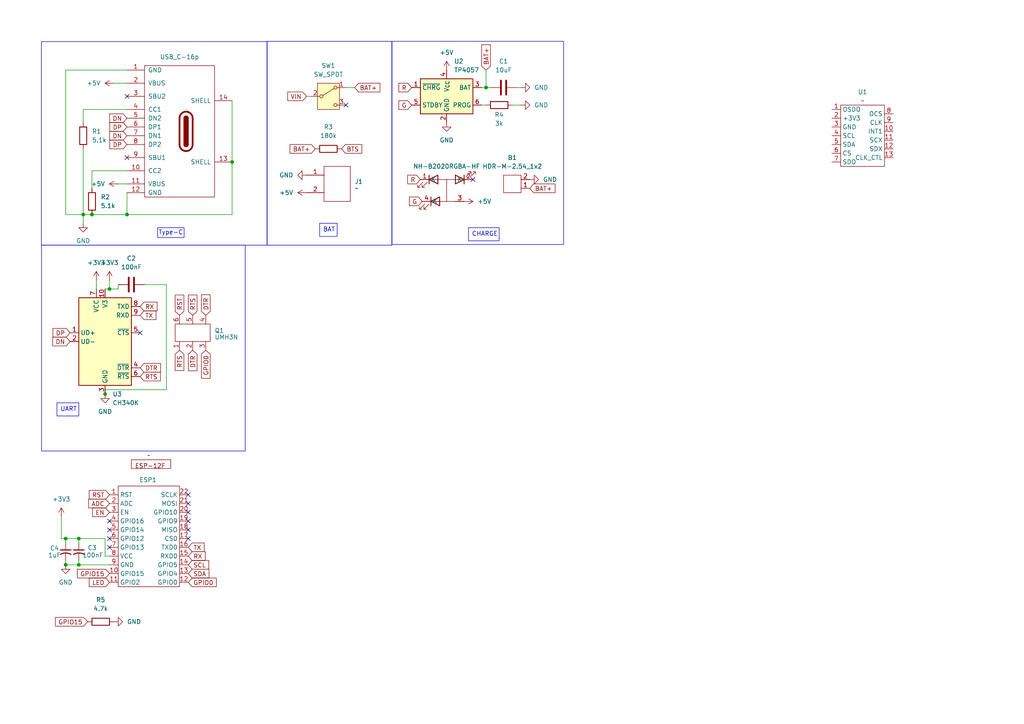
<source format=kicad_sch>
(kicad_sch (version 20250114) (generator "eeschema") (generator_version "9.0")
  (paper "A4")
  (lib_symbols
    (symbol "Battery_Management:TP4057"
      (property "Reference" "U" (at -6.35 6.604 0))
      (property "Value" "TP4057" (at 1.524 6.604 0))
      (symbol "TP4057_0_1"
        (rectangle (start -7.62 5.08) (end 7.62 -5.08) (stroke (width 0.254)) (fill (type background)))
      )
      (symbol "TP4057_1_1"
        (pin open_collector line (at -10.16 2.54 0) (length 2.54) (name "~{CHRG}") (number "1"))
        (pin open_collector line (at -10.16 -2.54 0) (length 2.54) (name "STDBY") (number "5"))
        (pin power_in line (at 0 7.62 270) (length 2.54) (name "V_{CC}") (number "4"))
        (pin power_in line (at 0 -7.62 90) (length 2.54) (name "GND") (number "2"))
        (pin power_out line (at 10.16 2.54 180) (length 2.54) (name "BAT") (number "3"))
        (pin passive line (at 10.16 -2.54 180) (length 2.54) (name "PROG") (number "6"))
      )
    )
    (symbol "Connector:USB_C_Receptacle_USB2.0_16P" (pin_names (offset 1.016))
      (property "Value" "USB_C-16p" (at 5.334 21.844 0))
      (symbol "USB_C_Receptacle_USB2.0_16P_0_1"
        (rectangle (start -10.16 20.32) (end 10.16 -17.78))
        (polyline (pts (xy 0 -2.54) (xy 0 5.08)) (stroke (width 0.508)))
        (rectangle (start 1.27 -2.54) (end 2.54 5.08) (stroke (width 0.254)) (fill (type outline)))
        (arc (start 1.27 5.08) (mid 1.905 5.7123) (end 2.54 5.08) (stroke (width 0.254)))
        (arc (start 1.27 5.08) (mid 1.905 5.7123) (end 2.54 5.08) (stroke (width 0.254)) (fill (type outline)))
        (arc (start 0 5.08) (mid 1.905 6.9767) (end 3.81 5.08) (stroke (width 0.508)))
        (arc (start 3.81 -2.54) (mid 1.905 -4.4367) (end 0 -2.54) (stroke (width 0.508)))
        (arc (start 2.54 -2.54) (mid 1.905 -3.1723) (end 1.27 -2.54) (stroke (width 0.254)))
        (arc (start 2.54 -2.54) (mid 1.905 -3.1723) (end 1.27 -2.54) (stroke (width 0.254)) (fill (type outline)))
        (polyline (pts (xy 3.81 5.08) (xy 3.81 -2.54)) (stroke (width 0.508)))
      )
      (symbol "USB_C_Receptacle_USB2.0_16P_1_1"
        (pin passive line (at -15.24 19.05 0) (length 5.08) (name "GND") (number "1"))
        (pin power_out line (at -15.24 15.24 0) (length 5.08) (name "VBUS") (number "2"))
        (pin passive line (at -15.24 11.43 0) (length 5.08) (name "SBU2") (number "3"))
        (pin passive line (at -15.24 7.62 0) (length 5.08) (name "CC1") (number "4"))
        (pin passive line (at -15.24 5.08 0) (length 5.08) (name "DN2") (number "5"))
        (pin passive line (at -15.24 2.54 0) (length 5.08) (name "DP1") (number "6"))
        (pin passive line (at -15.24 0 0) (length 5.08) (name "DN1") (number "7"))
        (pin passive line (at -15.24 -2.54 0) (length 5.08) (name "DP2") (number "8"))
        (pin passive line (at -15.24 -6.35 0) (length 5.08) (name "SBU1") (number "9"))
        (pin passive line (at -15.24 -10.16 0) (length 5.08) (name "CC2") (number "10"))
        (pin passive line (at -15.24 -13.97 0) (length 5.08) (name "VBUS") (number "11"))
        (pin passive line (at -15.24 -16.51 0) (length 5.08) (name "GND") (number "12"))
        (pin passive line (at 15.24 10.16 180) (length 5.08) (name "SHELL") (number "14"))
        (pin passive line (at 15.24 -7.62 180) (length 5.08) (name "SHELL") (number "13"))
      )
    )
    (symbol "Device:C" (pin_numbers (hide yes)) (pin_names (offset 0.254))
      (property "Reference" "C" (at 0.635 2.54 0))
      (property "Value" "C" (at 0.635 -2.54 0))
      (symbol "C_0_1"
        (polyline (pts (xy -2.032 0.762) (xy 2.032 0.762)) (stroke (width 0.508)))
        (polyline (pts (xy -2.032 -0.762) (xy 2.032 -0.762)) (stroke (width 0.508)))
      )
      (symbol "C_1_1"
        (pin passive line (at 0 3.81 270) (length 2.794) (name "~") (number "1"))
        (pin passive line (at 0 -3.81 90) (length 2.794) (name "~") (number "2"))
      )
    )
    (symbol "Device:C_Small_US" (pin_numbers (hide yes)) (pin_names (offset 0.254) (hide yes))
      (property "Reference" "C" (at 0.254 1.778 0))
      (property "Value" "C_Small_US" (at 0.254 -2.032 0))
      (symbol "C_Small_US_0_1"
        (polyline (pts (xy -1.524 0.508) (xy 1.524 0.508)) (stroke (width 0.3048)))
        (arc (start -1.524 -0.762) (mid 0 -0.3734) (end 1.524 -0.762) (stroke (width 0.3048)))
      )
      (symbol "C_Small_US_1_1"
        (pin passive line (at 0 2.54 270) (length 2.032) (name "~") (number "1"))
        (pin passive line (at 0 -2.54 90) (length 2.032) (name "~") (number "2"))
      )
    )
    (symbol "Device:R" (pin_numbers (hide yes)) (pin_names (offset 0))
      (property "Reference" "R" (at 2.032 0 90))
      (property "Value" "R" (at 0 0 90))
      (symbol "R_0_1"
        (rectangle (start -1.016 -2.54) (end 1.016 2.54) (stroke (width 0.254)))
      )
      (symbol "R_1_1"
        (pin passive line (at 0 3.81 270) (length 1.27) (name "~") (number "1"))
        (pin passive line (at 0 -3.81 90) (length 1.27) (name "~") (number "2"))
      )
    )
    (symbol "Interface_USB:CH340K"
      (property "Reference" "U" (at -6.858 13.97 0))
      (property "Value" "CH340K" (at 1.27 13.97 0))
      (symbol "CH340K_0_1"
        (rectangle (start -7.62 12.7) (end 7.62 -12.7) (stroke (width 0.254)) (fill (type background)))
      )
      (symbol "CH340K_1_0"
        (pin passive line (at 0 -15.24 90) (length 2.54) (hide yes) (name "GND") (number "11"))
      )
      (symbol "CH340K_1_1"
        (pin bidirectional line (at -10.16 2.54 0) (length 2.54) (name "UD+") (number "1"))
        (pin bidirectional line (at -10.16 0 0) (length 2.54) (name "UD-") (number "2"))
        (pin power_in line (at -2.54 15.24 270) (length 2.54) (name "VCC") (number "7"))
        (pin passive line (at 0 15.24 270) (length 2.54) (name "V3") (number "10"))
        (pin power_in line (at 0 -15.24 90) (length 2.54) (name "GND") (number "3"))
        (pin output line (at 10.16 10.16 180) (length 2.54) (name "TXD") (number "8"))
        (pin input line (at 10.16 7.62 180) (length 2.54) (name "RXD") (number "9"))
        (pin input line (at 10.16 2.54 180) (length 2.54) (name "~{CTS}") (number "5"))
        (pin output line (at 10.16 -7.62 180) (length 2.54) (name "~{DTR}") (number "4"))
        (pin output line (at 10.16 -10.16 180) (length 2.54) (name "~{RTS}") (number "6"))
      )
    )
    (symbol "Switch:SW_SPDT" (pin_names (offset 0) (hide yes))
      (property "Reference" "SW" (at 0 5.08 0))
      (property "Value" "SW_SPDT" (at 0 -5.08 0))
      (symbol "SW_SPDT_0_1"
        (circle (center -2.032 0) (radius 0.4572))
        (polyline (pts (xy -1.651 0.254) (xy 1.651 2.286)))
        (circle (center 2.032 2.54) (radius 0.4572))
        (circle (center 2.032 -2.54) (radius 0.4572))
      )
      (symbol "SW_SPDT_1_1"
        (rectangle (start -3.175 3.81) (end 3.175 -3.81) (fill (type background)))
        (pin passive line (at -5.08 0 0) (length 2.54) (name "B") (number "2"))
        (pin passive line (at 5.08 2.54 180) (length 2.54) (name "A") (number "1"))
        (pin passive line (at 5.08 -2.54 180) (length 2.54) (name "C") (number "3"))
      )
    )
    (symbol "_symbolsslime:ESP12F_edit"
      (property "Reference" "ESP" (at 0.508 18.796 0))
      (symbol "ESP12F_edit_0_1"
        (rectangle (start -8.89 15.24) (end 8.89 -13.97))
      )
      (symbol "ESP12F_edit_1_1"
        (text_box "ESP-12F" (at -5.08 22.86 0) (size 11.43 -2.54) (margins 1.016 1.016 1.016 1.016) (effects (font (size 1.27 1.27)) (justify left top)))
        (pin passive line (at -11.43 12.7 0) (length 2.54) (name "RST") (number "1"))
        (pin passive line (at -11.43 10.16 0) (length 2.54) (name "ADC") (number "2"))
        (pin passive line (at -11.43 7.62 0) (length 2.54) (name "EN") (number "3"))
        (pin passive line (at -11.43 5.08 0) (length 2.54) (name "GPIO16") (number "4"))
        (pin passive line (at -11.43 2.54 0) (length 2.54) (name "GPIO14") (number "5"))
        (pin passive line (at -11.43 0 0) (length 2.54) (name "GPIO12") (number "6"))
        (pin passive line (at -11.43 -2.54 0) (length 2.54) (name "GPIO13") (number "7"))
        (pin passive line (at -11.43 -5.08 0) (length 2.54) (name "VCC") (number "8"))
        (pin passive line (at -11.43 -7.62 0) (length 2.54) (name "GND") (number "9"))
        (pin passive line (at -11.43 -10.16 0) (length 2.54) (name "GPIO15") (number "10"))
        (pin passive line (at -11.43 -12.7 0) (length 2.54) (name "GPIO2") (number "11"))
        (pin passive line (at 11.43 12.7 180) (length 2.54) (name "SCLK") (number "22"))
        (pin passive line (at 11.43 10.16 180) (length 2.54) (name "MOSI") (number "21"))
        (pin passive line (at 11.43 7.62 180) (length 2.54) (name "GPIO10") (number "20"))
        (pin passive line (at 11.43 5.08 180) (length 2.54) (name "GPIO9") (number "19"))
        (pin passive line (at 11.43 2.54 180) (length 2.54) (name "MISO") (number "18"))
        (pin passive line (at 11.43 0 180) (length 2.54) (name "CS0") (number "17"))
        (pin passive line (at 11.43 -2.54 180) (length 2.54) (name "TXD0") (number "16"))
        (pin passive line (at 11.43 -5.08 180) (length 2.54) (name "RXD0") (number "15"))
        (pin passive line (at 11.43 -7.62 180) (length 2.54) (name "GPIO5") (number "14"))
        (pin passive line (at 11.43 -10.16 180) (length 2.54) (name "GPIO4") (number "13"))
        (pin passive line (at 11.43 -12.7 180) (length 2.54) (name "GPIO0") (number "12"))
      )
    )
    (symbol "_symbolsslime:HDR-M-2.54_1x2_"
      (property "Reference" "B" (at 0 0 0))
      (symbol "HDR-M-2.54_1x2__0_1"
        (rectangle (start -2.54 2.54) (end 2.54 -2.54))
      )
      (symbol "HDR-M-2.54_1x2__1_1"
        (pin passive line (at -5.08 1.27 0) (length 2.54) (name "") (number "1"))
        (pin passive line (at -5.08 -1.27 0) (length 2.54) (name "") (number "2"))
      )
    )
    (symbol "_symbolsslime:ICM-45686-breakout"
      (property "Reference" "U" (at 0 0 0))
      (symbol "ICM-45686-breakout_0_1"
        (rectangle (start -6.35 8.89) (end 6.35 -8.89))
      )
      (symbol "ICM-45686-breakout_1_1"
        (pin input line (at -8.89 7.62 0) (length 2.54) (name "OSDO") (number "1"))
        (pin power_in line (at -8.89 5.08 0) (length 2.54) (name "+3V3") (number "2"))
        (pin power_in line (at -8.89 2.54 0) (length 2.54) (name "GND") (number "3"))
        (pin bidirectional line (at -8.89 0 0) (length 2.54) (name "SCL") (number "4"))
        (pin bidirectional line (at -8.89 -2.54 0) (length 2.54) (name "SDA") (number "5"))
        (pin bidirectional line (at -8.89 -5.08 0) (length 2.54) (name "CS") (number "6"))
        (pin bidirectional line (at -8.89 -7.62 0) (length 2.54) (name "SDO") (number "7"))
        (pin bidirectional line (at 8.89 6.35 180) (length 2.54) (name "OCS") (number "8"))
        (pin output line (at 8.89 3.81 180) (length 2.54) (name "CLK") (number "9"))
        (pin input line (at 8.89 1.27 180) (length 2.54) (name "INT1") (number "10"))
        (pin output line (at 8.89 -1.27 180) (length 2.54) (name "SCX") (number "11"))
        (pin output line (at 8.89 -3.81 180) (length 2.54) (name "SDX") (number "12"))
        (pin input line (at 8.89 -6.35 180) (length 2.54) (name "CLK_CTL") (number "13"))
      )
    )
    (symbol "_symbolsslime:LED"
      (symbol "LED_0_1"
        (polyline (pts (xy -8.128 1.778) (xy -9.652 0.254) (xy -8.89 0.254) (xy -9.652 0.254) (xy -9.652 1.016)))
        (polyline (pts (xy -7.6118 -4.5538) (xy -9.1358 -6.0778) (xy -8.3738 -6.0778) (xy -9.1358 -6.0778) (xy -9.1358 -5.3158)))
        (polyline (pts (xy -6.858 1.778) (xy -8.382 0.254) (xy -7.62 0.254) (xy -8.382 0.254) (xy -8.382 1.016)))
        (polyline (pts (xy -6.35 2.54) (xy -3.81 2.54)))
        (polyline (pts (xy -6.35 1.27) (xy -6.35 3.81)) (stroke (width 0.254)))
        (polyline (pts (xy -6.3418 -4.5538) (xy -7.8658 -6.0778) (xy -7.1038 -6.0778) (xy -7.8658 -6.0778) (xy -7.8658 -5.3158)))
        (polyline (pts (xy -5.8338 -3.7918) (xy -3.2938 -3.7918)))
        (polyline (pts (xy -5.8338 -5.0618) (xy -5.8338 -2.5218)) (stroke (width 0.254)))
        (polyline (pts (xy -3.81 2.54) (xy 1.27 2.54)))
        (polyline (pts (xy -3.81 1.27) (xy -3.81 3.81) (xy -6.35 2.54) (xy -3.81 1.27)) (stroke (width 0.254)))
        (polyline (pts (xy -3.2938 -5.0618) (xy -3.2938 -2.5218) (xy -5.8338 -3.7918) (xy -3.2938 -5.0618)) (stroke (width 0.254)))
        (polyline (pts (xy -1.27 2.54) (xy -1.27 -3.81) (xy 1.27 -3.81)))
        (polyline (pts (xy -1.27 -3.81) (xy -3.81 -3.81)))
        (polyline (pts (xy 1.27 3.81) (xy 1.27 1.27) (xy 3.81 2.54) (xy 1.27 3.81)) (stroke (width 0.254)))
        (polyline (pts (xy 3.81 3.81) (xy 3.81 1.27)) (stroke (width 0.254)))
        (polyline (pts (xy 3.81 2.54) (xy 1.27 2.54)))
        (polyline (pts (xy 4.318 3.302) (xy 5.842 4.826) (xy 5.08 4.826) (xy 5.842 4.826) (xy 5.842 4.064)))
        (polyline (pts (xy 5.588 3.302) (xy 7.112 4.826) (xy 6.35 4.826) (xy 7.112 4.826) (xy 7.112 4.064)))
      )
      (symbol "LED_1_1"
        (pin passive line (at -8.89 2.54 0) (length 2.54) (name "K") (number "1"))
        (pin passive line (at -8.3738 -3.7918 0) (length 2.54) (name "K") (number "4"))
        (pin passive line (at 3.81 -3.81 180) (length 2.54) (name "") (number "3"))
        (pin passive line (at 6.35 2.54 180) (length 2.54) (name "K") (number "2"))
      )
    )
    (symbol "_symbolsslime:POGO-F-2.5_1x2"
      (property "Reference" "J" (at 0 0 0))
      (symbol "POGO-F-2.5_1x2_0_1"
        (rectangle (start -3.81 5.08) (end 3.81 -5.08))
      )
      (symbol "POGO-F-2.5_1x2_1_1"
        (pin passive line (at -8.89 2.54 0) (length 5.08) (name "") (number "1"))
        (pin passive line (at -8.89 -2.54 0) (length 5.08) (name "") (number "2"))
      )
    )
    (symbol "_symbolsslime:UMH3NMOD"
      (property "Reference" "Q" (at 0 0 0))
      (symbol "UMH3NMOD_0_1"
        (rectangle (start -5.08 2.54) (end 5.08 -2.54))
      )
      (symbol "UMH3NMOD_1_1"
        (pin passive line (at -3.81 5.08 270) (length 2.54) (name "") (number "6"))
        (pin passive line (at -3.81 -5.08 90) (length 2.54) (name "") (number "1"))
        (pin passive line (at 0 5.08 270) (length 2.54) (name "") (number "5"))
        (pin passive line (at 0 -5.08 90) (length 2.54) (name "") (number "2"))
        (pin passive line (at 3.81 5.08 270) (length 2.54) (name "") (number "4"))
        (pin passive line (at 3.81 -5.08 90) (length 2.54) (name "") (number "3"))
      )
    )
    (symbol "power:+3V3" (power) (pin_numbers (hide yes)) (pin_names (offset 0) (hide yes))
      (property "Value" "+3V3" (at 0 3.556 0))
      (symbol "+3V3_0_1"
        (polyline (pts (xy -0.762 1.27) (xy 0 2.54)))
        (polyline (pts (xy 0 2.54) (xy 0.762 1.27)))
        (polyline (pts (xy 0 0) (xy 0 2.54)))
      )
      (symbol "+3V3_1_1"
        (pin power_in line (at 0 0 90) (length 0) (name "~") (number "1"))
      )
    )
    (symbol "power:+5V" (power) (pin_numbers (hide yes)) (pin_names (offset 0) (hide yes))
      (property "Value" "+5V" (at 0 3.556 0))
      (symbol "+5V_0_1"
        (polyline (pts (xy -0.762 1.27) (xy 0 2.54)))
        (polyline (pts (xy 0 2.54) (xy 0.762 1.27)))
        (polyline (pts (xy 0 0) (xy 0 2.54)))
      )
      (symbol "+5V_1_1"
        (pin power_in line (at 0 0 90) (length 0) (name "~") (number "1"))
      )
    )
    (symbol "power:GND" (power) (pin_numbers (hide yes)) (pin_names (offset 0) (hide yes))
      (property "Value" "GND" (at 0 -3.81 0))
      (symbol "GND_0_1"
        (polyline (pts (xy 0 0) (xy 0 -1.27) (xy 1.27 -1.27) (xy 0 -2.54) (xy -1.27 -1.27) (xy 0 -1.27)))
      )
      (symbol "GND_1_1"
        (pin power_in line (at 0 0 270) (length 0) (name "~") (number "1"))
      )
    )
  )
  (rectangle (start 113.6858 11.9827) (end 163.469 70.9176))
  (rectangle (start 12.0101 12.0478) (end 77.47 71.12))
  (rectangle (start 12.0523 71.12) (end 71.12 130.81))
  (rectangle (start 77.47 11.9897) (end 113.6375 71.12))
  (text "Type-C" (at 49.53 67.564 0) (effects (font (size 1.27 1.27))))
  (text_box "" (at 45.72 66.04 0) (size 7.677 2.8523) (margins 0.9525 0.9525 0.9525 0.9525) (effects (font (size 1.27 1.27)) (justify left top)))
  (text_box "UART" (at 16.51 116.84 0) (size 6.35 3.81) (margins 0.9525 0.9525 0.9525 0.9525) (effects (font (size 1.27 1.27)) (justify left top)))
  (text_box "BAT" (at 92.71 64.77 0) (size 5.08 3.81) (margins 0.9525 0.9525 0.9525 0.9525) (effects (font (size 1.27 1.27)) (justify left top)))
  (text_box "CHARGE" (at 135.89 66.04 0) (size 8.89 3.81) (margins 0.9525 0.9525 0.9525 0.9525) (effects (font (size 1.27 1.27)) (justify left top)))
  (junction (at 31.75 83.82))
  (junction (at 26.67 62.23))
  (junction (at 22.86 163.83))
  (junction (at 140.97 25.4))
  (junction (at 24.13 62.23))
  (junction (at 19.05 163.83))
  (junction (at 30.48 114.3))
  (junction (at 67.31 46.99))
  (junction (at 19.05 156.21))
  (junction (at 22.86 156.21))
  (junction (at 36.83 62.23))
  (no_connect (at 54.61 153.67))
  (no_connect (at 54.61 143.51))
  (no_connect (at 31.75 158.75))
  (no_connect (at 31.75 153.67))
  (no_connect (at 54.61 151.13))
  (no_connect (at 40.64 96.52))
  (no_connect (at 31.75 156.21))
  (no_connect (at 137.16 52.07))
  (no_connect (at 36.83 27.94))
  (no_connect (at 36.83 45.72))
  (no_connect (at 31.75 151.13))
  (no_connect (at 54.61 148.59))
  (no_connect (at 54.61 156.21))
  (no_connect (at 100.33 30.48))
  (no_connect (at 54.61 146.05))
  (wire (pts (xy 31.75 83.82) (xy 34.29 83.82)))
  (wire (pts (xy 100.33 25.4) (xy 102.87 25.4)))
  (wire (pts (xy 139.7 25.4) (xy 140.97 25.4)))
  (wire (pts (xy 22.86 163.83) (xy 31.75 163.83)))
  (wire (pts (xy 139.7 30.48) (xy 140.97 30.48)))
  (wire (pts (xy 36.83 31.75) (xy 24.13 31.75)))
  (wire (pts (xy 31.75 161.29) (xy 30.48 161.29)))
  (wire (pts (xy 30.48 113.03) (xy 48.26 113.03)))
  (wire (pts (xy 88.9 27.94) (xy 90.17 27.94)))
  (wire (pts (xy 19.05 20.32) (xy 36.83 20.32)))
  (wire (pts (xy 148.59 30.48) (xy 151.13 30.48)))
  (wire (pts (xy 33.02 24.13) (xy 36.83 24.13)))
  (wire (pts (xy 149.86 25.4) (xy 151.13 25.4)))
  (wire (pts (xy 19.05 163.83) (xy 22.86 163.83)))
  (wire (pts (xy 27.94 81.28) (xy 27.94 83.82)))
  (wire (pts (xy 31.75 83.82) (xy 31.75 81.28)))
  (wire (pts (xy 19.05 156.21) (xy 22.86 156.21)))
  (wire (pts (xy 24.13 43.18) (xy 24.13 62.23)))
  (wire (pts (xy 30.48 83.82) (xy 31.75 83.82)))
  (wire (pts (xy 48.26 82.55) (xy 48.26 113.03)))
  (wire (pts (xy 26.67 54.61) (xy 26.67 49.53)))
  (wire (pts (xy 22.86 156.21) (xy 30.48 156.21)))
  (wire (pts (xy 41.91 82.55) (xy 48.26 82.55)))
  (wire (pts (xy 19.05 62.23) (xy 24.13 62.23)))
  (wire (pts (xy 36.83 62.23) (xy 67.31 62.23)))
  (wire (pts (xy 24.13 62.23) (xy 26.67 62.23)))
  (wire (pts (xy 26.67 49.53) (xy 36.83 49.53)))
  (wire (pts (xy 19.05 162.56) (xy 19.05 163.83)))
  (wire (pts (xy 140.97 25.4) (xy 142.24 25.4)))
  (wire (pts (xy 24.13 31.75) (xy 24.13 35.56)))
  (wire (pts (xy 17.78 156.21) (xy 19.05 156.21)))
  (wire (pts (xy 19.05 62.23) (xy 19.05 20.32)))
  (wire (pts (xy 24.13 64.77) (xy 24.13 62.23)))
  (wire (pts (xy 67.31 62.23) (xy 67.31 46.99)))
  (wire (pts (xy 34.29 83.82) (xy 34.29 82.55)))
  (wire (pts (xy 140.97 20.32) (xy 140.97 25.4)))
  (wire (pts (xy 22.86 162.56) (xy 22.86 163.83)))
  (wire (pts (xy 30.48 161.29) (xy 30.48 156.21)))
  (wire (pts (xy 30.48 113.03) (xy 30.48 114.3)))
  (wire (pts (xy 36.83 55.88) (xy 36.83 62.23)))
  (wire (pts (xy 34.29 53.34) (xy 36.83 53.34)))
  (wire (pts (xy 19.05 156.21) (xy 19.05 157.48)))
  (wire (pts (xy 26.67 62.23) (xy 36.83 62.23)))
  (wire (pts (xy 17.78 149.86) (xy 17.78 156.21)))
  (wire (pts (xy 22.86 156.21) (xy 22.86 157.48)))
  (wire (pts (xy 67.31 29.21) (xy 67.31 46.99)))
  (global_label "BAT+" (shape input) (at 153.67 54.61 0) (property "Intersheetrefs" "${INTERSHEET_REFS}" (effects (hide yes))))
  (global_label "DN" (shape input) (at 20.32 99.06 180) (property "Intersheetrefs" "${INTERSHEET_REFS}" (effects (hide yes))))
  (global_label "BAT+" (shape input) (at 102.87 25.4 0) (property "Intersheetrefs" "${INTERSHEET_REFS}" (effects (hide yes))))
  (global_label "GPIO0" (shape input) (at 54.61 168.91 0) (property "Intersheetrefs" "${INTERSHEET_REFS}" (effects (hide yes))))
  (global_label "DTR" (shape input) (at 55.88 101.6 270) (property "Intersheetrefs" "${INTERSHEET_REFS}" (effects (hide yes))))
  (global_label "RTS" (shape input) (at 40.64 109.22 0) (property "Intersheetrefs" "${INTERSHEET_REFS}" (effects (hide yes))))
  (global_label "R" (shape input) (at 119.38 25.4 180) (property "Intersheetrefs" "${INTERSHEET_REFS}" (effects (hide yes))))
  (global_label "EN" (shape input) (at 31.75 148.59 180) (property "Intersheetrefs" "${INTERSHEET_REFS}" (effects (hide yes))))
  (global_label "G" (shape input) (at 122.4362 58.4018 180) (property "Intersheetrefs" "${INTERSHEET_REFS}" (effects (hide yes))))
  (global_label "SDA" (shape input) (at 54.61 166.37 0) (property "Intersheetrefs" "${INTERSHEET_REFS}" (effects (hide yes))))
  (global_label "DTR" (shape input) (at 59.69 91.44 90) (property "Intersheetrefs" "${INTERSHEET_REFS}" (effects (hide yes))))
  (global_label "LED" (shape input) (at 31.75 168.91 180) (property "Intersheetrefs" "${INTERSHEET_REFS}" (effects (hide yes))))
  (global_label "RX" (shape input) (at 54.61 161.29 0) (property "Intersheetrefs" "${INTERSHEET_REFS}" (effects (hide yes))))
  (global_label "G" (shape input) (at 119.38 30.48 180) (property "Intersheetrefs" "${INTERSHEET_REFS}" (effects (hide yes))))
  (global_label "BAT+" (shape input) (at 140.97 20.32 90) (property "Intersheetrefs" "${INTERSHEET_REFS}" (effects (hide yes))))
  (global_label "BAT+" (shape input) (at 91.44 43.18 180) (property "Intersheetrefs" "${INTERSHEET_REFS}" (effects (hide yes))))
  (global_label "RST" (shape input) (at 52.07 91.44 90) (property "Intersheetrefs" "${INTERSHEET_REFS}" (effects (hide yes))))
  (global_label "GPIO15" (shape input) (at 25.4 180.34 180) (property "Intersheetrefs" "${INTERSHEET_REFS}" (effects (hide yes))))
  (global_label "SCL" (shape input) (at 54.61 163.83 0) (property "Intersheetrefs" "${INTERSHEET_REFS}" (effects (hide yes))))
  (global_label "TX" (shape input) (at 40.64 91.44 0) (property "Intersheetrefs" "${INTERSHEET_REFS}" (effects (hide yes))))
  (global_label "DN" (shape input) (at 36.83 39.37 180) (property "Intersheetrefs" "${INTERSHEET_REFS}" (effects (hide yes))))
  (global_label "RTS" (shape input) (at 52.07 101.6 270) (property "Intersheetrefs" "${INTERSHEET_REFS}" (effects (hide yes))))
  (global_label "DP" (shape input) (at 36.83 41.91 180) (property "Intersheetrefs" "${INTERSHEET_REFS}" (effects (hide yes))))
  (global_label "DTR" (shape input) (at 40.64 106.68 0) (property "Intersheetrefs" "${INTERSHEET_REFS}" (effects (hide yes))))
  (global_label "TX" (shape input) (at 54.61 158.75 0) (property "Intersheetrefs" "${INTERSHEET_REFS}" (effects (hide yes))))
  (global_label "GPIO0" (shape input) (at 59.69 101.6 270) (property "Intersheetrefs" "${INTERSHEET_REFS}" (effects (hide yes))))
  (global_label "DP" (shape input) (at 20.32 96.52 180) (property "Intersheetrefs" "${INTERSHEET_REFS}" (effects (hide yes))))
  (global_label "DN" (shape input) (at 36.83 34.29 180) (property "Intersheetrefs" "${INTERSHEET_REFS}" (effects (hide yes))))
  (global_label "GPIO15" (shape input) (at 31.75 166.37 180) (property "Intersheetrefs" "${INTERSHEET_REFS}" (effects (hide yes))))
  (global_label "ADC" (shape input) (at 31.75 146.05 180) (property "Intersheetrefs" "${INTERSHEET_REFS}" (effects (hide yes))))
  (global_label "RST" (shape input) (at 31.75 143.51 180) (property "Intersheetrefs" "${INTERSHEET_REFS}" (effects (hide yes))))
  (global_label "RX" (shape input) (at 40.64 88.9 0) (property "Intersheetrefs" "${INTERSHEET_REFS}" (effects (hide yes))))
  (global_label "VIN" (shape input) (at 88.9 27.94 180) (property "Intersheetrefs" "${INTERSHEET_REFS}" (effects (hide yes))))
  (global_label "RTS" (shape input) (at 55.88 91.44 90) (property "Intersheetrefs" "${INTERSHEET_REFS}" (effects (hide yes))))
  (global_label "BTS" (shape input) (at 99.06 43.18 0) (property "Intersheetrefs" "${INTERSHEET_REFS}" (effects (hide yes))))
  (global_label "DP" (shape input) (at 36.83 36.83 180) (property "Intersheetrefs" "${INTERSHEET_REFS}" (effects (hide yes))))
  (global_label "R" (shape input) (at 121.92 52.07 180) (property "Intersheetrefs" "${INTERSHEET_REFS}" (effects (hide yes))))
  (symbol (lib_id "Device:C") (at 38.1 82.55 90) (unit 1)
    (property "Reference" "C2" (at 38.1 74.93 90))
    (property "Value" "100nF" (at 38.1 77.47 90))
    (property "Description" "Unpolarized capacitor" (effects (hide yes)))
  )
  (symbol (lib_id "power:+5V") (at 33.02 24.13 90) (unit 1)
    (property "Reference" "#PWR02" (effects (hide yes)))
    (property "Value" "+5V" (at 29.21 24.1299 90) (effects (justify left)))
    (property "Description" "Power symbol creates a global label with name \"+5V\"" (effects (hide yes)))
  )
  (symbol (lib_id "Device:R") (at 24.13 39.37 0) (unit 1)
    (property "Reference" "R1" (at 26.67 38.0999 0) (effects (justify left)))
    (property "Value" "5.1k" (at 26.67 40.6399 0) (effects (justify left)))
    (property "Description" "Resistor" (effects (hide yes)))
  )
  (symbol (lib_id "_symbolsslime:ICM-45686-breakout") (at 250.19 39.37 0) (unit 1)
    (property "Reference" "U1" (at 250.19 26.67 0))
    (property "Value" "~" (at 250.19 29.21 0))
  )
  (symbol (lib_id "Device:C_Small_US") (at 19.05 160.02 0) (unit 1)
    (property "Reference" "C4" (at 14.478 159.004 0) (effects (justify left)))
    (property "Value" "1uF" (at 13.97 161.036 0) (effects (justify left)))
    (property "Description" "capacitor, small US symbol" (effects (hide yes)))
  )
  (symbol (lib_id "power:+3V3") (at 17.78 149.86 0) (unit 1)
    (property "Reference" "#PWR016" (effects (hide yes)))
    (property "Value" "+3V3" (at 17.78 144.78 0))
    (property "Description" "Power symbol creates a global label with name \"+3V3\"" (effects (hide yes)))
  )
  (symbol (lib_id "power:+5V") (at 134.62 58.42 270) (unit 1)
    (property "Reference" "#PWR010" (effects (hide yes)))
    (property "Value" "+5V" (at 138.43 58.4199 90) (effects (justify left)))
    (property "Description" "Power symbol creates a global label with name \"+5V\"" (effects (hide yes)))
  )
  (symbol (lib_id "power:GND") (at 19.05 163.83 0) (unit 1)
    (property "Reference" "#PWR015" (effects (hide yes)))
    (property "Value" "GND" (at 19.05 168.91 0))
    (property "Description" "Power symbol creates a global label with name \"GND\" , ground" (effects (hide yes)))
  )
  (symbol (lib_id "_symbolsslime:ESP12F_edit") (at 43.18 156.21 0) (unit 1)
    (property "Reference" "ESP1" (at 42.926 139.192 0))
    (property "Value" "~" (at 43.18 132.08 0))
  )
  (symbol (lib_id "_symbolsslime:LED") (at 130.81 54.61 0) (unit 1)
    (property "Reference" "L1" (effects (hide yes)))
    (property "Value" "NH-B2020RGBA-HF" (at 129.54 48.26 0))
    (property "Description" "NH-B2020RGBA-HF" (effects (hide yes)))
  )
  (symbol (lib_id "power:GND") (at 129.54 35.56 0) (unit 1)
    (property "Reference" "#PWR07" (effects (hide yes)))
    (property "Value" "GND" (at 129.54 40.64 0))
    (property "Description" "Power symbol creates a global label with name \"GND\" , ground" (effects (hide yes)))
  )
  (symbol (lib_id "power:+5V") (at 88.9 55.88 90) (unit 1)
    (property "Reference" "#PWR05" (effects (hide yes)))
    (property "Value" "+5V" (at 85.09 55.8799 90) (effects (justify left)))
    (property "Description" "Power symbol creates a global label with name \"+5V\"" (effects (hide yes)))
  )
  (symbol (lib_id "power:+3V3") (at 31.75 81.28 0) (unit 1)
    (property "Reference" "#PWR013" (effects (hide yes)))
    (property "Value" "+3V3" (at 31.75 76.2 0))
    (property "Description" "Power symbol creates a global label with name \"+3V3\"" (effects (hide yes)))
  )
  (symbol (lib_id "power:+5V") (at 129.54 20.32 0) (unit 1)
    (property "Reference" "#PWR06" (effects (hide yes)))
    (property "Value" "+5V" (at 129.54 15.24 0))
    (property "Description" "Power symbol creates a global label with name \"+5V\"" (effects (hide yes)))
  )
  (symbol (lib_id "power:GND") (at 24.13 64.77 0) (unit 1)
    (property "Reference" "#PWR03" (effects (hide yes)))
    (property "Value" "GND" (at 24.13 69.85 0))
    (property "Description" "Power symbol creates a global label with name \"GND\" , ground" (effects (hide yes)))
  )
  (symbol (lib_id "_symbolsslime:HDR-M-2.54_1x2_") (at 148.59 53.34 180) (unit 1)
    (property "Reference" "B1" (at 148.59 45.72 0))
    (property "Value" "HDR-M-2.54_1x2" (at 148.59 48.26 0))
  )
  (symbol (lib_id "power:GND") (at 33.02 180.34 90) (unit 1)
    (property "Reference" "#PWR017" (effects (hide yes)))
    (property "Value" "GND" (at 36.83 180.3399 90) (effects (justify right)))
    (property "Description" "Power symbol creates a global label with name \"GND\" , ground" (effects (hide yes)))
  )
  (symbol (lib_id "Device:R") (at 26.67 58.42 0) (unit 1)
    (property "Reference" "R2" (at 29.21 57.1499 0) (effects (justify left)))
    (property "Value" "5.1k" (at 29.21 59.6899 0) (effects (justify left)))
    (property "Description" "Resistor" (effects (hide yes)))
  )
  (symbol (lib_id "Battery_Management:TP4057") (at 129.54 27.94 0) (unit 1)
    (property "Reference" "U2" (at 131.6833 17.78 0) (effects (justify left)))
    (property "Value" "TP4057" (at 131.6833 20.32 0) (effects (justify left)))
    (property "Footprint" "Package_TO_SOT_SMD:TSOT-23-6" (effects (hide yes)))
    (property "Datasheet" "http://toppwr.com/uploadfile/file/20230304/640302a47b738.pdf" (effects (hide yes)))
    (property "Description" "Constant-current/constant-voltage linear charger for single cell lithium-ion batteries with 2.9V Trickle Charge, 4.5V to 6.5V VDD, -40 to +85 degree Celsius, TSOT-23-6" (effects (hide yes)))
  )
  (symbol (lib_id "power:+5V") (at 34.29 53.34 90) (unit 1)
    (property "Reference" "#PWR01" (effects (hide yes)))
    (property "Value" "+5V" (at 30.48 53.3399 90) (effects (justify left)))
    (property "Description" "Power symbol creates a global label with name \"+5V\"" (effects (hide yes)))
  )
  (symbol (lib_id "Interface_USB:CH340K") (at 30.48 99.06 0) (unit 1)
    (property "Reference" "U3" (at 32.6233 114.3 0) (effects (justify left)))
    (property "Value" "CH340K" (at 32.6233 116.84 0) (effects (justify left)))
    (property "Footprint" "Package_SO:SSOP-10-1EP_3.9x4.9mm_P1mm_EP2.1x3.3mm" (effects (hide yes)))
    (property "Datasheet" "https://cdn.sparkfun.com/assets/5/0/a/8/5/CH340DS1.PDF" (effects (hide yes)))
    (property "Description" "USB serial converter, UART, SSOP-10" (effects (hide yes)))
  )
  (symbol (lib_id "Device:R") (at 95.25 43.18 90) (unit 1)
    (property "Reference" "R3" (at 95.25 36.83 90))
    (property "Value" "180k" (at 95.25 39.37 90))
    (property "Description" "Resistor" (effects (hide yes)))
  )
  (symbol (lib_id "power:GND") (at 151.13 30.48 90) (unit 1)
    (property "Reference" "#PWR08" (effects (hide yes)))
    (property "Value" "GND" (at 154.94 30.4799 90) (effects (justify right)))
    (property "Description" "Power symbol creates a global label with name \"GND\" , ground" (effects (hide yes)))
  )
  (symbol (lib_id "Device:R") (at 29.21 180.34 90) (unit 1)
    (property "Reference" "R5" (at 29.21 173.99 90))
    (property "Value" "4.7k" (at 29.21 176.53 90))
    (property "Description" "Resistor" (effects (hide yes)))
  )
  (symbol (lib_id "Device:R") (at 144.78 30.48 270) (unit 1)
    (property "Reference" "R4" (at 144.78 33.274 90))
    (property "Value" "3k" (at 144.78 35.814 90))
    (property "Description" "Resistor" (effects (hide yes)))
  )
  (symbol (lib_id "_symbolsslime:POGO-F-2.5_1x2") (at 97.79 53.34 0) (unit 1)
    (property "Reference" "J1" (at 102.87 52.7049 0) (effects (justify left)))
    (property "Value" "~" (at 102.87 54.61 0) (effects (justify left)))
  )
  (symbol (lib_id "Device:C") (at 146.05 25.4 90) (unit 1)
    (property "Reference" "C1" (at 146.05 17.78 90))
    (property "Value" "10uF" (at 146.05 20.32 90))
    (property "Description" "Unpolarized capacitor" (effects (hide yes)))
  )
  (symbol (lib_id "Switch:SW_SPDT") (at 95.25 27.94 0) (unit 1)
    (property "Reference" "SW1" (at 95.25 19.05 0))
    (property "Value" "SW_SPDT" (at 95.25 21.59 0))
    (property "Description" "Switch, single pole double throw" (effects (hide yes)))
  )
  (symbol (lib_id "power:GND") (at 88.9 50.8 270) (unit 1)
    (property "Reference" "#PWR04" (effects (hide yes)))
    (property "Value" "GND" (at 85.09 50.7999 90) (effects (justify right)))
    (property "Description" "Power symbol creates a global label with name \"GND\" , ground" (effects (hide yes)))
  )
  (symbol (lib_id "power:+3V3") (at 27.94 81.28 0) (unit 1)
    (property "Reference" "#PWR014" (effects (hide yes)))
    (property "Value" "+3V3" (at 27.94 76.2 0))
    (property "Description" "Power symbol creates a global label with name \"+3V3\"" (effects (hide yes)))
  )
  (symbol (lib_id "power:GND") (at 153.67 52.07 90) (unit 1)
    (property "Reference" "#PWR011" (effects (hide yes)))
    (property "Value" "GND" (at 157.48 52.0699 90) (effects (justify right)))
    (property "Description" "Power symbol creates a global label with name \"GND\" , ground" (effects (hide yes)))
  )
  (symbol (lib_id "_symbolsslime:UMH3NMOD") (at 55.88 96.52 0) (unit 1)
    (property "Reference" "Q1" (at 62.23 95.8849 0) (effects (justify left)))
    (property "Value" "UMH3N" (at 62.23 97.79 0) (effects (justify left)))
  )
  (symbol (lib_id "Connector:USB_C_Receptacle_USB2.0_16P") (at 52.07 39.37 0) (unit 1)
    (property "Reference" "J2" (effects (hide yes)))
    (property "Value" "USB_C-16p" (at 52.07 16.51 0))
  )
  (symbol (lib_id "power:GND") (at 30.48 114.3 0) (unit 1)
    (property "Reference" "#PWR012" (effects (hide yes)))
    (property "Value" "GND" (at 30.48 119.38 0))
    (property "Description" "Power symbol creates a global label with name \"GND\" , ground" (effects (hide yes)))
  )
  (symbol (lib_id "power:GND") (at 151.13 25.4 90) (unit 1)
    (property "Reference" "#PWR09" (effects (hide yes)))
    (property "Value" "GND" (at 154.94 25.3999 90) (effects (justify right)))
    (property "Description" "Power symbol creates a global label with name \"GND\" , ground" (effects (hide yes)))
  )
  (symbol (lib_id "Device:C_Small_US") (at 22.86 160.02 0) (unit 1)
    (property "Reference" "C3" (at 25.4 158.8769 0) (effects (justify left)))
    (property "Value" "100nF" (at 23.876 161.036 0) (effects (justify left)))
    (property "Description" "capacitor, small US symbol" (effects (hide yes)))
  )
)
</source>
